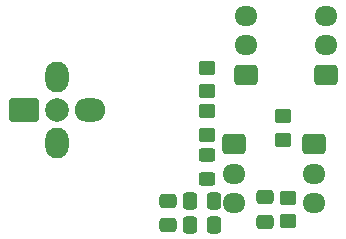
<source format=gbr>
%TF.GenerationSoftware,KiCad,Pcbnew,9.0.2*%
%TF.CreationDate,2025-10-29T16:27:15+01:00*%
%TF.ProjectId,neverx_daugther,6e657665-7278-45f6-9461-756774686572,rev?*%
%TF.SameCoordinates,Original*%
%TF.FileFunction,Soldermask,Top*%
%TF.FilePolarity,Negative*%
%FSLAX46Y46*%
G04 Gerber Fmt 4.6, Leading zero omitted, Abs format (unit mm)*
G04 Created by KiCad (PCBNEW 9.0.2) date 2025-10-29 16:27:15*
%MOMM*%
%LPD*%
G01*
G04 APERTURE LIST*
G04 Aperture macros list*
%AMRoundRect*
0 Rectangle with rounded corners*
0 $1 Rounding radius*
0 $2 $3 $4 $5 $6 $7 $8 $9 X,Y pos of 4 corners*
0 Add a 4 corners polygon primitive as box body*
4,1,4,$2,$3,$4,$5,$6,$7,$8,$9,$2,$3,0*
0 Add four circle primitives for the rounded corners*
1,1,$1+$1,$2,$3*
1,1,$1+$1,$4,$5*
1,1,$1+$1,$6,$7*
1,1,$1+$1,$8,$9*
0 Add four rect primitives between the rounded corners*
20,1,$1+$1,$2,$3,$4,$5,0*
20,1,$1+$1,$4,$5,$6,$7,0*
20,1,$1+$1,$6,$7,$8,$9,0*
20,1,$1+$1,$8,$9,$2,$3,0*%
G04 Aperture macros list end*
%ADD10RoundRect,0.250000X0.450000X-0.350000X0.450000X0.350000X-0.450000X0.350000X-0.450000X-0.350000X0*%
%ADD11RoundRect,0.250000X-0.475000X0.337500X-0.475000X-0.337500X0.475000X-0.337500X0.475000X0.337500X0*%
%ADD12RoundRect,0.250000X0.475000X-0.337500X0.475000X0.337500X-0.475000X0.337500X-0.475000X-0.337500X0*%
%ADD13RoundRect,0.250000X0.337500X0.475000X-0.337500X0.475000X-0.337500X-0.475000X0.337500X-0.475000X0*%
%ADD14RoundRect,0.250000X0.450000X-0.325000X0.450000X0.325000X-0.450000X0.325000X-0.450000X-0.325000X0*%
%ADD15RoundRect,0.300000X-1.000000X-0.700000X1.000000X-0.700000X1.000000X0.700000X-1.000000X0.700000X0*%
%ADD16RoundRect,1.000000X0.000010X-0.300000X0.000010X0.300000X-0.000010X0.300000X-0.000010X-0.300000X0*%
%ADD17RoundRect,1.000000X-0.300000X-0.000010X0.300000X-0.000010X0.300000X0.000010X-0.300000X0.000010X0*%
%ADD18RoundRect,1.000000X-0.000010X0.300000X-0.000010X-0.300000X0.000010X-0.300000X0.000010X0.300000X0*%
%ADD19C,2.000000*%
%ADD20RoundRect,0.250000X0.725000X-0.600000X0.725000X0.600000X-0.725000X0.600000X-0.725000X-0.600000X0*%
%ADD21O,1.950000X1.700000*%
%ADD22RoundRect,0.250000X-0.725000X0.600000X-0.725000X-0.600000X0.725000X-0.600000X0.725000X0.600000X0*%
G04 APERTURE END LIST*
D10*
%TO.C,R4*%
X119200000Y-102500000D03*
X119200000Y-100500000D03*
%TD*%
%TO.C,R3*%
X119600000Y-109400000D03*
X119600000Y-107400000D03*
%TD*%
D11*
%TO.C,C6*%
X109400000Y-107662500D03*
X109400000Y-109737500D03*
%TD*%
D10*
%TO.C,R2*%
X112700000Y-98400000D03*
X112700000Y-96400000D03*
%TD*%
D12*
%TO.C,C7*%
X117600000Y-109437500D03*
X117600000Y-107362500D03*
%TD*%
D13*
%TO.C,C5*%
X113337500Y-109700000D03*
X111262500Y-109700000D03*
%TD*%
%TO.C,C4*%
X113337500Y-107700000D03*
X111262500Y-107700000D03*
%TD*%
D14*
%TO.C,L1*%
X112700000Y-105825000D03*
X112700000Y-103775000D03*
%TD*%
D10*
%TO.C,R1*%
X112700000Y-102100000D03*
X112700000Y-100100000D03*
%TD*%
D15*
%TO.C,J1*%
X97200000Y-100000000D03*
D16*
X100000000Y-97200000D03*
D17*
X102800000Y-100000000D03*
D18*
X100000000Y-102800000D03*
D19*
X100000000Y-100000000D03*
%TD*%
D20*
%TO.C,J2*%
X122800000Y-97000000D03*
D21*
X122800000Y-94500000D03*
X122800000Y-92000000D03*
%TD*%
D22*
%TO.C,J4*%
X121775000Y-102900000D03*
D21*
X121775000Y-105400000D03*
X121775000Y-107900000D03*
%TD*%
D22*
%TO.C,J5*%
X114975000Y-102900000D03*
D21*
X114975000Y-105400000D03*
X114975000Y-107900000D03*
%TD*%
D20*
%TO.C,J3*%
X116000000Y-97000000D03*
D21*
X116000000Y-94500000D03*
X116000000Y-92000000D03*
%TD*%
M02*

</source>
